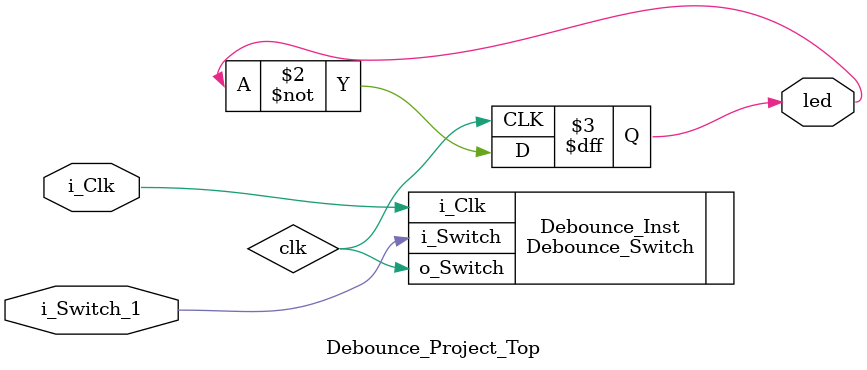
<source format=v>
`timescale 1ns / 1ps


module Debounce_Project_Top
  (input  i_Clk,
   input  i_Switch_1,
   output reg led
   );
    wire clk;             
  // Instantiate Debounce Module
  Debounce_Switch Debounce_Inst
  (.i_Clk(i_Clk), 
   .i_Switch(i_Switch_1),
   .o_Switch(clk));


   always@(posedge clk)begin
         led = ~led;
   end
 
endmodule



</source>
